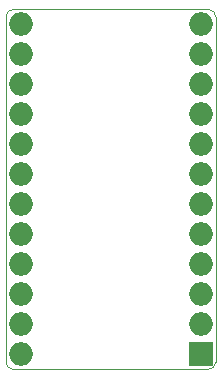
<source format=gbr>
%TF.GenerationSoftware,KiCad,Pcbnew,5.1.7+dfsg1-1~bpo10+1*%
%TF.CreationDate,Date%
%TF.ProjectId,ProMicro_TEST,50726f4d-6963-4726-9f5f-544553542e6b,v1.0*%
%TF.SameCoordinates,Original*%
%TF.FileFunction,Soldermask,Top*%
%TF.FilePolarity,Negative*%
%FSLAX45Y45*%
G04 Gerber Fmt 4.5, Leading zero omitted, Abs format (unit mm)*
G04 Created by KiCad*
%MOMM*%
%LPD*%
G01*
G04 APERTURE LIST*
%TA.AperFunction,Profile*%
%ADD10C,0.100000*%
%TD*%
%ADD11R,2.000000X2.000000*%
%ADD12O,2.000000X2.000000*%
G04 APERTURE END LIST*
D10*
X127000Y2857500D02*
X127000Y-63500D01*
X-1651000Y-63500D02*
X-1651000Y2857500D01*
X-1587500Y-127000D02*
G75*
G02*
X-1651000Y-63500I0J63500D01*
G01*
X127000Y-63500D02*
G75*
G02*
X63500Y-127000I-63500J0D01*
G01*
X63500Y2921000D02*
G75*
G02*
X127000Y2857500I0J-63500D01*
G01*
X-1651000Y2857500D02*
G75*
G02*
X-1587500Y2921000I63500J0D01*
G01*
X63500Y-127000D02*
X-1587500Y-127000D01*
X-1587500Y2921000D02*
X63500Y2921000D01*
D11*
X0Y0D03*
D12*
X0Y254000D03*
X0Y508000D03*
X-1524000Y2794000D03*
X0Y762000D03*
X-1524000Y2540000D03*
X0Y1016000D03*
X-1524000Y2286000D03*
X0Y1270000D03*
X-1524000Y2032000D03*
X0Y1524000D03*
X-1524000Y1778000D03*
X0Y1778000D03*
X-1524000Y1524000D03*
X0Y2032000D03*
X-1524000Y1270000D03*
X0Y2286000D03*
X-1524000Y1016000D03*
X0Y2540000D03*
X-1524000Y762000D03*
X0Y2794000D03*
X-1524000Y508000D03*
X-1524000Y254000D03*
X-1524000Y0D03*
M02*

</source>
